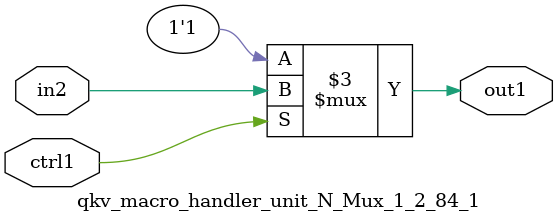
<source format=v>

`timescale 1ps / 1ps


module qkv_macro_handler_unit_N_Mux_1_2_84_1( in2, ctrl1, out1 );

    input in2;
    input ctrl1;
    output out1;
    reg out1;

    
    // rtl_process:qkv_macro_handler_unit_N_Mux_1_2_84_1/qkv_macro_handler_unit_N_Mux_1_2_84_1_thread_1
    always @*
      begin : qkv_macro_handler_unit_N_Mux_1_2_84_1_thread_1
        case (ctrl1) 
          1'b1: 
            begin
              out1 = in2;
            end
          default: 
            begin
              out1 = 1'b1;
            end
        endcase
      end

endmodule



</source>
